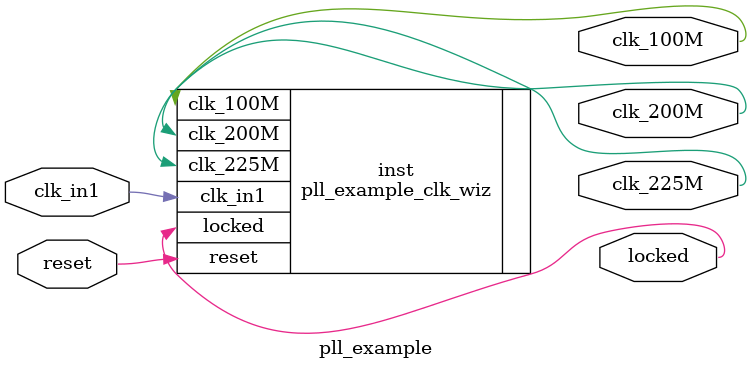
<source format=v>


`timescale 1ps/1ps

(* CORE_GENERATION_INFO = "pll_example,clk_wiz_v6_0_4_0_0,{component_name=pll_example,use_phase_alignment=true,use_min_o_jitter=false,use_max_i_jitter=false,use_dyn_phase_shift=false,use_inclk_switchover=false,use_dyn_reconfig=false,enable_axi=0,feedback_source=FDBK_AUTO,PRIMITIVE=PLL,num_out_clk=3,clkin1_period=20.000,clkin2_period=10.0,use_power_down=false,use_reset=true,use_locked=true,use_inclk_stopped=false,feedback_type=SINGLE,CLOCK_MGR_TYPE=NA,manual_override=false}" *)

module pll_example 
 (
  // Clock out ports
  output        clk_100M,
  output        clk_200M,
  output        clk_225M,
  // Status and control signals
  input         reset,
  output        locked,
 // Clock in ports
  input         clk_in1
 );

  pll_example_clk_wiz inst
  (
  // Clock out ports  
  .clk_100M(clk_100M),
  .clk_200M(clk_200M),
  .clk_225M(clk_225M),
  // Status and control signals               
  .reset(reset), 
  .locked(locked),
 // Clock in ports
  .clk_in1(clk_in1)
  );

endmodule

</source>
